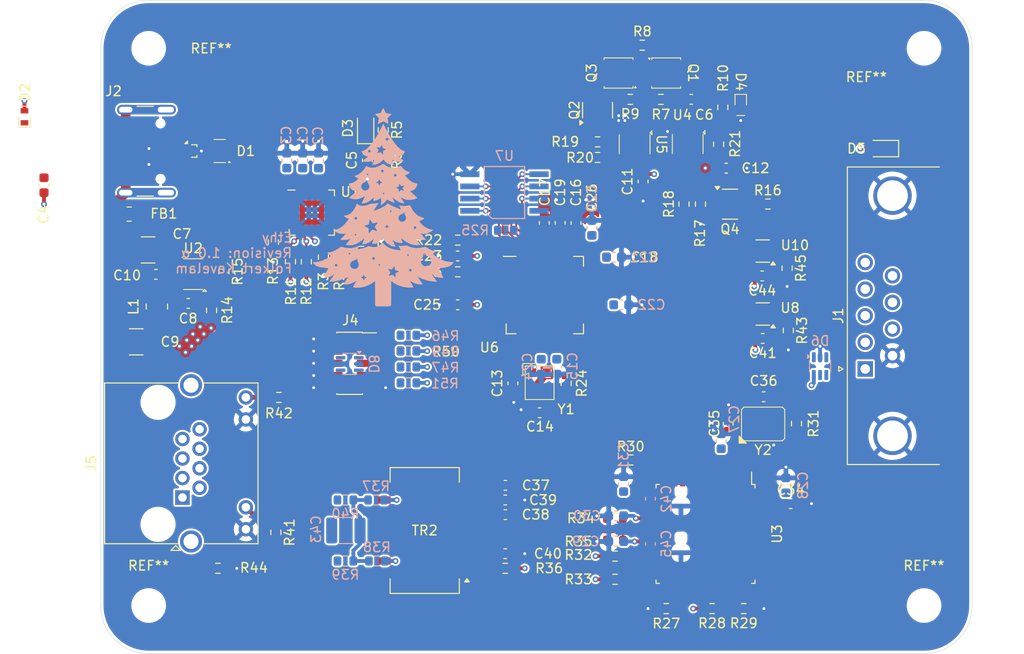
<source format=kicad_pcb>
(kicad_pcb
	(version 20241229)
	(generator "pcbnew")
	(generator_version "9.0")
	(general
		(thickness 1.6)
		(legacy_teardrops no)
	)
	(paper "A4")
	(layers
		(0 "F.Cu" signal)
		(4 "In1.Cu" signal)
		(6 "In2.Cu" signal)
		(2 "B.Cu" signal)
		(9 "F.Adhes" user "F.Adhesive")
		(11 "B.Adhes" user "B.Adhesive")
		(13 "F.Paste" user)
		(15 "B.Paste" user)
		(5 "F.SilkS" user "F.Silkscreen")
		(7 "B.SilkS" user "B.Silkscreen")
		(1 "F.Mask" user)
		(3 "B.Mask" user)
		(17 "Dwgs.User" user "User.Drawings")
		(19 "Cmts.User" user "User.Comments")
		(21 "Eco1.User" user "User.Eco1")
		(23 "Eco2.User" user "User.Eco2")
		(25 "Edge.Cuts" user)
		(27 "Margin" user)
		(31 "F.CrtYd" user "F.Courtyard")
		(29 "B.CrtYd" user "B.Courtyard")
		(35 "F.Fab" user)
		(33 "B.Fab" user)
		(39 "User.1" user)
		(41 "User.2" user)
		(43 "User.3" user)
		(45 "User.4" user)
	)
	(setup
		(stackup
			(layer "F.SilkS"
				(type "Top Silk Screen")
			)
			(layer "F.Paste"
				(type "Top Solder Paste")
			)
			(layer "F.Mask"
				(type "Top Solder Mask")
				(thickness 0.01)
			)
			(layer "F.Cu"
				(type "copper")
				(thickness 0.035)
			)
			(layer "dielectric 1"
				(type "prepreg")
				(thickness 0.1)
				(material "FR4")
				(epsilon_r 4.5)
				(loss_tangent 0.02)
			)
			(layer "In1.Cu"
				(type "copper")
				(thickness 0.035)
			)
			(layer "dielectric 2"
				(type "core")
				(thickness 1.24)
				(material "FR4")
				(epsilon_r 4.5)
				(loss_tangent 0.02)
			)
			(layer "In2.Cu"
				(type "copper")
				(thickness 0.035)
			)
			(layer "dielectric 3"
				(type "prepreg")
				(thickness 0.1)
				(material "FR4")
				(epsilon_r 4.5)
				(loss_tangent 0.02)
			)
			(layer "B.Cu"
				(type "copper")
				(thickness 0.035)
			)
			(layer "B.Mask"
				(type "Bottom Solder Mask")
				(thickness 0.01)
			)
			(layer "B.Paste"
				(type "Bottom Solder Paste")
			)
			(layer "B.SilkS"
				(type "Bottom Silk Screen")
			)
			(copper_finish "None")
			(dielectric_constraints no)
		)
		(pad_to_mask_clearance 0)
		(allow_soldermask_bridges_in_footprints no)
		(tenting front back)
		(pcbplotparams
			(layerselection 0x00000000_00000000_55555555_5755f5ff)
			(plot_on_all_layers_selection 0x00000000_00000000_00000000_00000000)
			(disableapertmacros no)
			(usegerberextensions no)
			(usegerberattributes yes)
			(usegerberadvancedattributes yes)
			(creategerberjobfile yes)
			(dashed_line_dash_ratio 12.000000)
			(dashed_line_gap_ratio 3.000000)
			(svgprecision 4)
			(plotframeref no)
			(mode 1)
			(useauxorigin no)
			(hpglpennumber 1)
			(hpglpenspeed 20)
			(hpglpendiameter 15.000000)
			(pdf_front_fp_property_popups yes)
			(pdf_back_fp_property_popups yes)
			(pdf_metadata yes)
			(pdf_single_document no)
			(dxfpolygonmode yes)
			(dxfimperialunits yes)
			(dxfusepcbnewfont yes)
			(psnegative no)
			(psa4output no)
			(plot_black_and_white yes)
			(sketchpadsonfab no)
			(plotpadnumbers no)
			(hidednponfab no)
			(sketchdnponfab yes)
			(crossoutdnponfab yes)
			(subtractmaskfromsilk no)
			(outputformat 1)
			(mirror no)
			(drillshape 0)
			(scaleselection 1)
			(outputdirectory "output/")
		)
	)
	(net 0 "")
	(net 1 "/Power/2v7")
	(net 2 "GND")
	(net 3 "Net-(U1-VREG_1V2)")
	(net 4 "Net-(U1-VDD)")
	(net 5 "/Power/Vbus")
	(net 6 "Net-(D3-K)")
	(net 7 "Net-(C6-Pad1)")
	(net 8 "+VDC")
	(net 9 "Net-(U2-CB)")
	(net 10 "Net-(U2-SW)")
	(net 11 "+3V3")
	(net 12 "Net-(U6-Xin)")
	(net 13 "Net-(C14-Pad2)")
	(net 14 "+1V1")
	(net 15 "Net-(U3-Vcap)")
	(net 16 "Net-(U3-OSC1)")
	(net 17 "Net-(C36-Pad1)")
	(net 18 "MAG_IN+")
	(net 19 "TPIN+")
	(net 20 "MAG_IN-")
	(net 21 "TPIN-")
	(net 22 "MAG_IN_Center")
	(net 23 "MAG_OUT_Center")
	(net 24 "Net-(C43-Pad2)")
	(net 25 "GNDPWR")
	(net 26 "/Power/CC2")
	(net 27 "/Power/CC1")
	(net 28 "Net-(D5-K)")
	(net 29 "DATA_LED")
	(net 30 "sense_2_proc")
	(net 31 "sense_1_proc")
	(net 32 "CLK_LED")
	(net 33 "/P3")
	(net 34 "/P4")
	(net 35 "/P2")
	(net 36 "/P1")
	(net 37 "Net-(J2-SHIELD)")
	(net 38 "Net-(U11-D+)")
	(net 39 "Net-(U11-D-)")
	(net 40 "RX+")
	(net 41 "TX-")
	(net 42 "Net-(J5-Pad10)")
	(net 43 "Net-(J5-Pad7)")
	(net 44 "Net-(J5-Pad4)")
	(net 45 "RX-")
	(net 46 "Net-(J5-Pad12)")
	(net 47 "TX+")
	(net 48 "Net-(Q1-Pad4)")
	(net 49 "Net-(Q2-G)")
	(net 50 "Net-(Q2-D)")
	(net 51 "Net-(Q4-D)")
	(net 52 "Net-(Q4-G)")
	(net 53 "Net-(U1-ADDR0)")
	(net 54 "Net-(U1-ADDR1)")
	(net 55 "Net-(U1-VBUS_VS_DISCH)")
	(net 56 "/Power/DISCH")
	(net 57 "SCL")
	(net 58 "SDA")
	(net 59 "RESET")
	(net 60 "Net-(U2-FB)")
	(net 61 "Discharge")
	(net 62 "Net-(R20-Pad2)")
	(net 63 "Net-(U1-VBUS_EN_SNK)")
	(net 64 "D-")
	(net 65 "D+")
	(net 66 "Net-(U6-Xout)")
	(net 67 "Net-(U6-QSPI_SS_N)")
	(net 68 "~{INT}")
	(net 69 "Net-(U3-PSPCFG0)")
	(net 70 "Net-(U3-Rbias)")
	(net 71 "Net-(U3-OSC2)")
	(net 72 "MAG_OUT+")
	(net 73 "MAG_OUT-")
	(net 74 "Net-(TR2-C_RX)")
	(net 75 "Net-(TR2-C_TX)")
	(net 76 "LED_B")
	(net 77 "LED_A")
	(net 78 "Net-(U6-SWCLK)")
	(net 79 "unconnected-(U1-POWER_OK3-Pad14)")
	(net 80 "unconnected-(U1-A_B_SIDE-Pad17)")
	(net 81 "unconnected-(U1-POWER_OK2-Pad20)")
	(net 82 "ALERT")
	(net 83 "unconnected-(U1-NC-Pad3)")
	(net 84 "unconnected-(U1-Attach-Pad11)")
	(net 85 "unconnected-(U1-GPIO-Pad15)")
	(net 86 "Net-(U3-AD3)")
	(net 87 "Net-(U3-AD12)")
	(net 88 "Net-(U3-AD14)")
	(net 89 "Net-(U3-AD10)")
	(net 90 "Net-(U3-AD5)")
	(net 91 "Net-(U3-AD9)")
	(net 92 "Net-(U3-AD4)")
	(net 93 "unconnected-(U3-CLKOUT-Pad23)")
	(net 94 "Net-(U3-AD2)")
	(net 95 "Net-(U3-AD11)")
	(net 96 "Net-(U3-AD8)")
	(net 97 "Net-(U3-AD13)")
	(net 98 "Net-(U3-AD1)")
	(net 99 "Net-(U3-AD0)")
	(net 100 "Net-(U3-AD6)")
	(net 101 "Net-(U3-AD7)")
	(net 102 "Net-(U4-Pad4)")
	(net 103 "Enable")
	(net 104 "Net-(U6-QSPI_SD2)")
	(net 105 "Net-(U6-QSPI_SD1)")
	(net 106 "MEAS_1")
	(net 107 "MEAS_2")
	(net 108 "Net-(U6-QSPI_SD3)")
	(net 109 "Net-(U6-QSPI_SCLK)")
	(net 110 "Net-(U6-QSPI_SD0)")
	(net 111 "Net-(U3-SI{slash}RD{slash}R~{W})")
	(net 112 "Net-(U3-~{CS}{slash}CS)")
	(net 113 "Net-(U3-SO{slash}WR{slash}EN)")
	(net 114 "Net-(U3-SCK{slash}AL)")
	(footprint "Resistor_SMD:R_0603_1608Metric" (layer "F.Cu") (at 109.982 93.16895 -90))
	(footprint "Capacitor_SMD:C_0603_1608Metric" (layer "F.Cu") (at 161.008 109.269 180))
	(footprint "Resistor_SMD:R_0603_1608Metric" (layer "F.Cu") (at 111.76 95.21315 90))
	(footprint "Capacitor_SMD:C_1210_3225Metric" (layer "F.Cu") (at 95.7054 103.5558 180))
	(footprint "Resistor_SMD:R_0603_1608Metric" (layer "F.Cu") (at 145.542 125.857 180))
	(footprint "Pyllr_Package_DFN_QFN:QFN-56_1EP_7.75x7.75mm_P0.4mm_3.2x3.2mm" (layer "F.Cu") (at 138.23 98.6875))
	(footprint "Resistor_SMD:R_0603_1608Metric" (layer "F.Cu") (at 121.412 84.645 -90))
	(footprint "Capacitor_SMD:C_0603_1608Metric" (layer "F.Cu") (at 137.7028 110.9361))
	(footprint "Capacitor_SMD:C_0603_1608Metric" (layer "F.Cu") (at 134.9088 107.8751 90))
	(footprint "Capacitor_SMD:C_0603_1608Metric" (layer "F.Cu") (at 134.125 118.491 180))
	(footprint "Resistor_SMD:R_0603_1608Metric" (layer "F.Cu") (at 154.432 89.2178 -90))
	(footprint "Capacitor_SMD:C_0603_1608Metric" (layer "F.Cu") (at 157.109 85.4802 180))
	(footprint "Capacitor_SMD:C_0603_1608Metric" (layer "F.Cu") (at 134.112 120.015 180))
	(footprint "Pyllr_Package_Crystal:CFPX-180" (layer "F.Cu") (at 160.952 112.102))
	(footprint "Resistor_SMD:R_0603_1608Metric" (layer "F.Cu") (at 147.1218 78.3174))
	(footprint "MountingHole:MountingHole_3.2mm_M3" (layer "F.Cu") (at 97 73))
	(footprint "Capacitor_SMD:C_0603_1608Metric" (layer "F.Cu") (at 145.428 94.742))
	(footprint "Resistor_SMD:R_0603_1608Metric" (layer "F.Cu") (at 148.3796 72.6786))
	(footprint "Connector_Dsub:DSUB-9_Pins_Horizontal_P2.77x2.84mm_EdgePinOffset4.94mm_Housed_MountingHolesOffset4.94mm" (layer "F.Cu") (at 171.577 106.378 90))
	(footprint "Package_TO_SOT_SMD:SOT-353_SC-70-5" (layer "F.Cu") (at 160.909 100.6602 180))
	(footprint "Resistor_SMD:R_0603_1608Metric" (layer "F.Cu") (at 103.5462 100.2758 90))
	(footprint "Resistor_SMD:R_0603_1608Metric" (layer "F.Cu") (at 145.542 128.27))
	(footprint "Resistor_SMD:R_0603_1608Metric" (layer "F.Cu") (at 145.529 121.92 180))
	(footprint "Capacitor_SMD:C_0603_1608Metric" (layer "F.Cu") (at 160.909 103.2002))
	(footprint "Capacitor_SMD:C_0603_1608Metric" (layer "F.Cu") (at 157.312 112.076 90))
	(footprint "Package_TO_SOT_SMD:SOT-353_SC-70-5" (layer "F.Cu") (at 160.909 94.107 180))
	(footprint "Resistor_SMD:R_0603_1608Metric" (layer "F.Cu") (at 152.7161 89.2178 -90))
	(footprint "Resistor_SMD:R_0603_1608Metric" (layer "F.Cu") (at 113.411 95.21315 90))
	(footprint "Capacitor_SMD:C_0603_1608Metric" (layer "F.Cu") (at 148.463 86.8642 -90))
	(footprint "Resistor_SMD:R_0603_1608Metric" (layer "F.Cu") (at 156.3166 82.991 90))
	(footprint "Diode_SMD:D_SOD-323" (layer "F.Cu") (at 119.5832 81.3212 90))
	(footprint "Capacitor_SMD:C_0603_1608Metric" (layer "F.Cu") (at 119.761 84.6572 -90))
	(footprint "MountingHole:MountingHole_3.2mm_M3" (layer "F.Cu") (at 97 131))
	(footprint "Capacitor_SMD:C_0603_1608Metric" (layer "F.Cu") (at 153.4726 78.3174))
	(footprint "Capacitor_SMD:C_0603_1608Metric" (layer "F.Cu") (at 101.122 99.5528 180))
	(footprint "Resistor_SMD:R_0603_1608Metric" (layer "F.Cu") (at 155.638 131.318))
	(footprint "Capacitor_SMD:C_0603_1608Metric" (layer "F.Cu") (at 143.129 91.694 90))
	(footprint "Pyllr_Package_TO_SOT_SMD:SOT23-5_2.6W" (layer "F.Cu") (at 147.579 82.991 -90))
	(footprint "MountingHole:MountingHole_3.2mm_M3" (layer "F.Cu") (at 177.7 131))
	(footprint "Package_TO_SOT_SMD:SOT-23-3" (layer "F.Cu") (at 157.4975 89.2242))
	(footprint "Pyllr_Package_TO_SOT_SMD:SOT323-3L" (layer "F.Cu") (at 104.394 83.693 90))
	(footprint "Resistor_SMD:R_0805_2012Metric"
		(layer "F.Cu")
		(uuid "5e442a6c-29f0-4262-8aa0-35abdd3e088a")
		(at 94.9743 90.2619)
		(descr "Resistor SMD 0805 (2012 Metric), square (rectangular) end terminal, IPC-7351 nominal, (Body size source: IPC-SM-782 page 72, https://www.pcb-3d.com/wordpress/wp-content/uploads/ipc-sm-782a_amendment_1_and_2.pdf), generated with kicad-footprint-generator")
		(tags "resistor")
		(property "Reference" "FB1"
			(at 3.6068 -0.0508 0)
			(layer "F.SilkS")
			(uuid "05e6995f-af4f-4ffa-a579-8db0c6c69be2")
			(effects
				(font
					(size 1 1)
					(thickness 0.15)
				)
			)
		)
		(property "Value" "FerriteBead_Small"
			(at 0 1.65 0)
			(layer "F.Fab")
			(uuid "4d9a5581-57e5-420a-b021-9c05dbce0637")
			(effects
				(font
					(size 1 1)
					(thickness 0.15)
				)
			)
		)
		(property "Datasheet" ""
			(at 0 0 0)
			(layer "F.Fab")
			(hide yes)
			(uuid "59f80e43-80fe-4a96-9bad-69e186b5b739")
			(effects
				(font
					(size 1.27 1.27)
					(thickness 0.15)
				)
			)
		)
		(property "Description" "Ferrite bead, small symbol"
			(at 0 0 0)
			(layer "F.Fab")
			(hide yes)
			(uuid "0d40c197-aef4-42d8-9cb8-4f987e1211fd")
			(effects
				(font
					(size 1.27 1.27)
					(thickness 0.15)
				)
			)
		)
		(property ki_fp_filters "Inductor_* L_* *Ferrite*")
		(path "/a3f38914-20f8-40e8-9e67-e1e2d7953203")
		(sheetname "/")
		(sheetfile "Ethy.kicad_sch")
		(attr smd)
		(fp_line
			(start -0.227064 -0.735)
			(end 0.227064 -0.735)
			(stroke
				(width 0.12)
				(type solid)
			)
			(layer "F.SilkS")
			(uuid "0696d7ef-4e3f-472b-b270-2a7e4e07b5cf")
		)
		(fp_line
			(start -0.227064 0.735)
			(end 0.227064 0.735)
			(stroke
				(width 0.12)
				(type solid)
			)
			(layer "F.SilkS")
			(uuid "7b09f688-87d6-4c53-bdae-705c22f3c91d")
		)
		(fp_line
			(start -1.68 -0.95)
			(end 1.68 -0.95)
			(stroke
				(width 0.05)
				(type solid)
			)
			(layer "F.CrtYd")
			(uuid "edc1970a-52c5-46fa-933a-9c5591052001")
		)
		(fp_line
			(start -1.68 0.95)
			(end -1.68 -0.95)

... [989208 chars truncated]
</source>
